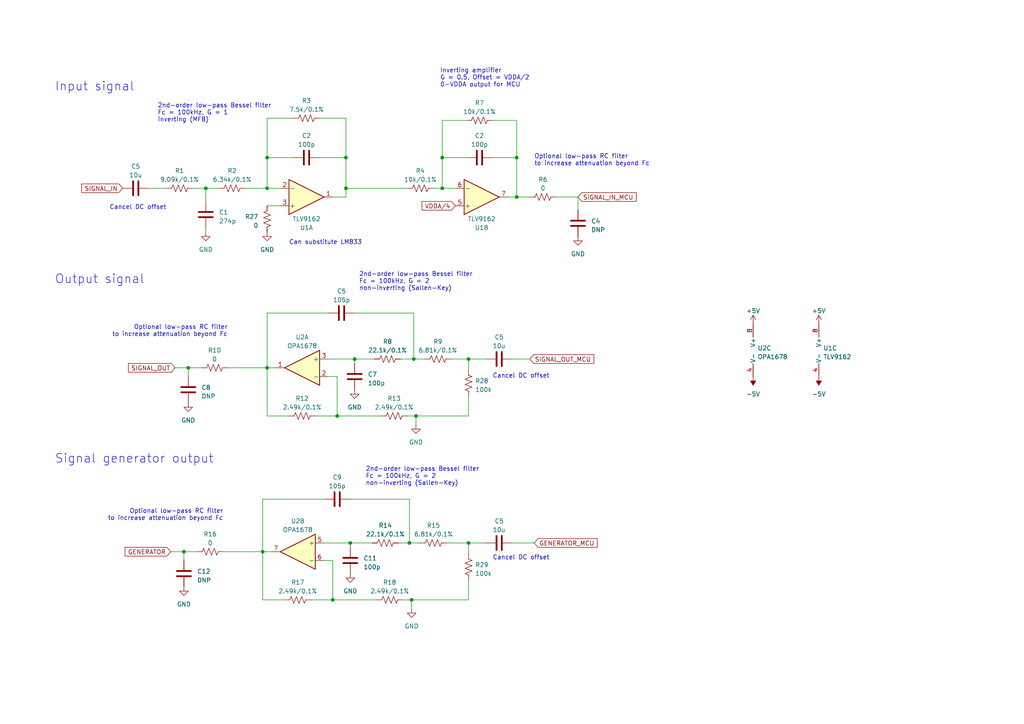
<source format=kicad_sch>
(kicad_sch (version 20230121) (generator eeschema)
  (paper "A4")
  (title_block (title "DSP PAW add-on board") (date "2023-09-04") (rev "2") (company "bitgloo") (comment 1 "Released under the CERN Open Hardware Licence Version 2 - Strongly Reciprocal"))
  (lib_symbols
    (symbol "Amplifier_Operational:TLV9062xD" (pin_names (offset 0.127))
      (property "Reference" "U" (at 2.54 6.35 0))
      (property "Value" "TLV9062xD" (at 2.54 3.81 0))
      (symbol "TLV9062xD_1_1"
        (polyline (pts (xy 5.08 0) (xy -5.08 5.08) (xy -5.08 -5.08) (xy 5.08 0)) (stroke (width 0.254)) (fill (type background)))
        (pin output line (at 7.62 0 180) (length 2.54) (name "~") (number "1"))
        (pin input line (at -7.62 -2.54 0) (length 2.54) (name "-") (number "2"))
        (pin input line (at -7.62 2.54 0) (length 2.54) (name "+") (number "3"))
      )
      (symbol "TLV9062xD_2_1"
        (polyline (pts (xy 5.08 0) (xy -5.08 5.08) (xy -5.08 -5.08) (xy 5.08 0)) (stroke (width 0.254)) (fill (type background)))
        (pin input line (at -7.62 2.54 0) (length 2.54) (name "+") (number "5"))
        (pin input line (at -7.62 -2.54 0) (length 2.54) (name "-") (number "6"))
        (pin output line (at 7.62 0 180) (length 2.54) (name "~") (number "7"))
      )
      (symbol "TLV9062xD_3_1"
        (pin power_in line (at 0 -7.62 90) (length 3.81) (name "V-") (number "4"))
        (pin power_in line (at 0 7.62 270) (length 3.81) (name "V+") (number "8"))
      )
    )
    (symbol "Device:C" (pin_numbers hide) (pin_names (offset 0.254))
      (property "Reference" "C" (at 0.635 2.54 0))
      (property "Value" "C" (at 0.635 -2.54 0))
      (symbol "C_0_1"
        (polyline (pts (xy -2.032 -0.762) (xy 2.032 -0.762)) (stroke (width 0.508)))
        (polyline (pts (xy -2.032 0.762) (xy 2.032 0.762)) (stroke (width 0.508)))
      )
      (symbol "C_1_1"
        (pin passive line (at 0 3.81 270) (length 2.794) (name "~") (number "1"))
        (pin passive line (at 0 -3.81 90) (length 2.794) (name "~") (number "2"))
      )
    )
    (symbol "Device:R_US" (pin_numbers hide) (pin_names (offset 0))
      (property "Reference" "R" (at 2.54 0 90))
      (property "Value" "R_US" (at -2.54 0 90))
      (symbol "R_US_0_1"
        (polyline (pts (xy 0 -2.286) (xy 0 -2.54)))
        (polyline (pts (xy 0 2.286) (xy 0 2.54)))
        (polyline (pts (xy 0 -0.762) (xy 1.016 -1.143) (xy 0 -1.524) (xy -1.016 -1.905) (xy 0 -2.286)))
        (polyline (pts (xy 0 0.762) (xy 1.016 0.381) (xy 0 0) (xy -1.016 -0.381) (xy 0 -0.762)))
        (polyline (pts (xy 0 2.286) (xy 1.016 1.905) (xy 0 1.524) (xy -1.016 1.143) (xy 0 0.762)))
      )
      (symbol "R_US_1_1"
        (pin passive line (at 0 3.81 270) (length 1.27) (name "~") (number "1"))
        (pin passive line (at 0 -3.81 90) (length 1.27) (name "~") (number "2"))
      )
    )
    (symbol "power:+5V" (power) (pin_names (offset 0))
      (property "Value" "+5V" (at 0 3.556 0))
      (symbol "+5V_0_1"
        (polyline (pts (xy -0.762 1.27) (xy 0 2.54)))
        (polyline (pts (xy 0 0) (xy 0 2.54)))
        (polyline (pts (xy 0 2.54) (xy 0.762 1.27)))
      )
      (symbol "+5V_1_1"
        (pin power_in line (at 0 0 90) (length 0) hide (name "+5V") (number "1"))
      )
    )
    (symbol "power:-5V" (power) (pin_names (offset 0))
      (property "Value" "-5V" (at 0 3.81 0))
      (symbol "-5V_0_0"
        (pin power_in line (at 0 0 90) (length 0) hide (name "-5V") (number "1"))
      )
      (symbol "-5V_0_1"
        (polyline (pts (xy 0 0) (xy 0 1.27) (xy 0.762 1.27) (xy 0 2.54) (xy -0.762 1.27) (xy 0 1.27)) (fill (type outline)))
      )
    )
    (symbol "power:GND" (power) (pin_names (offset 0))
      (property "Value" "GND" (at 0 -3.81 0))
      (symbol "GND_0_1"
        (polyline (pts (xy 0 0) (xy 0 -1.27) (xy 1.27 -1.27) (xy 0 -2.54) (xy -1.27 -1.27) (xy 0 -1.27)))
      )
      (symbol "GND_1_1"
        (pin power_in line (at 0 0 270) (length 0) hide (name "GND") (number "1"))
      )
    )
  )
  (junction (at 120.015 104.14))
  (junction (at 76.2 160.02))
  (junction (at 96.52 173.99))
  (junction (at 77.47 45.72))
  (junction (at 120.65 120.65))
  (junction (at 119.38 173.99))
  (junction (at 102.87 104.14))
  (junction (at 77.47 106.68))
  (junction (at 100.33 45.72))
  (junction (at 149.86 57.15))
  (junction (at 54.61 106.68))
  (junction (at 97.79 120.65))
  (junction (at 101.6 157.48))
  (junction (at 128.27 45.72))
  (junction (at 135.89 157.48))
  (junction (at 128.27 54.61))
  (junction (at 77.47 54.61))
  (junction (at 149.86 45.72))
  (junction (at 135.89 104.14))
  (junction (at 53.34 160.02))
  (junction (at 118.745 157.48))
  (junction (at 100.33 54.61))
  (junction (at 59.69 54.61))
  (wire (pts (xy 57.15 160.02) (xy 53.34 160.02)))
  (wire (pts (xy 161.29 57.15) (xy 167.64 57.15)))
  (wire (pts (xy 148.59 157.48) (xy 154.94 157.48)))
  (wire (pts (xy 55.88 54.61) (xy 59.69 54.61)))
  (wire (pts (xy 147.32 57.15) (xy 149.86 57.15)))
  (wire (pts (xy 77.47 106.68) (xy 77.47 120.65)))
  (wire (pts (xy 119.38 173.99) (xy 119.38 176.53)))
  (wire (pts (xy 100.33 34.29) (xy 100.33 45.72)))
  (wire (pts (xy 43.18 54.61) (xy 48.26 54.61)))
  (wire (pts (xy 148.59 104.14) (xy 153.67 104.14)))
  (wire (pts (xy 77.47 106.68) (xy 77.47 90.805)))
  (wire (pts (xy 81.28 59.69) (xy 77.47 59.69)))
  (wire (pts (xy 135.89 104.14) (xy 135.89 107.315)))
  (wire (pts (xy 85.09 45.72) (xy 77.47 45.72)))
  (wire (pts (xy 102.87 104.14) (xy 102.87 105.41)))
  (wire (pts (xy 58.42 106.68) (xy 54.61 106.68)))
  (wire (pts (xy 118.745 144.78) (xy 118.745 157.48)))
  (wire (pts (xy 53.34 160.02) (xy 53.34 162.56)))
  (wire (pts (xy 50.8 106.68) (xy 54.61 106.68)))
  (wire (pts (xy 118.745 157.48) (xy 121.92 157.48)))
  (wire (pts (xy 59.69 66.04) (xy 59.69 67.31)))
  (wire (pts (xy 142.875 45.72) (xy 149.86 45.72)))
  (wire (pts (xy 135.89 168.275) (xy 135.89 173.99)))
  (wire (pts (xy 101.6 157.48) (xy 107.95 157.48)))
  (wire (pts (xy 54.61 106.68) (xy 54.61 109.22)))
  (wire (pts (xy 135.89 104.14) (xy 140.97 104.14)))
  (wire (pts (xy 97.79 120.65) (xy 110.49 120.65)))
  (wire (pts (xy 64.77 160.02) (xy 76.2 160.02)))
  (wire (pts (xy 77.47 120.65) (xy 83.82 120.65)))
  (wire (pts (xy 76.2 173.99) (xy 82.55 173.99)))
  (wire (pts (xy 76.2 160.02) (xy 76.2 144.78)))
  (wire (pts (xy 101.6 157.48) (xy 101.6 158.75)))
  (wire (pts (xy 149.86 45.72) (xy 149.86 57.15)))
  (wire (pts (xy 130.81 104.14) (xy 135.89 104.14)))
  (wire (pts (xy 66.04 106.68) (xy 77.47 106.68)))
  (wire (pts (xy 120.65 123.19) (xy 120.65 120.65)))
  (wire (pts (xy 76.2 144.78) (xy 93.98 144.78)))
  (wire (pts (xy 77.47 34.29) (xy 77.47 45.72)))
  (wire (pts (xy 135.89 157.48) (xy 140.97 157.48)))
  (wire (pts (xy 129.54 157.48) (xy 135.89 157.48)))
  (wire (pts (xy 96.52 173.99) (xy 109.22 173.99)))
  (wire (pts (xy 167.64 60.96) (xy 167.64 57.15)))
  (wire (pts (xy 128.27 45.72) (xy 135.255 45.72)))
  (wire (pts (xy 128.27 54.61) (xy 132.08 54.61)))
  (wire (pts (xy 49.53 160.02) (xy 53.34 160.02)))
  (wire (pts (xy 120.015 104.14) (xy 123.19 104.14)))
  (wire (pts (xy 96.52 162.56) (xy 96.52 173.99)))
  (wire (pts (xy 119.38 173.99) (xy 116.84 173.99)))
  (wire (pts (xy 149.86 57.15) (xy 153.67 57.15)))
  (wire (pts (xy 100.33 45.72) (xy 100.33 54.61)))
  (wire (pts (xy 149.86 34.925) (xy 149.86 45.72)))
  (wire (pts (xy 95.25 104.14) (xy 102.87 104.14)))
  (wire (pts (xy 96.52 57.15) (xy 100.33 57.15)))
  (wire (pts (xy 59.69 54.61) (xy 59.69 58.42)))
  (wire (pts (xy 93.98 157.48) (xy 101.6 157.48)))
  (wire (pts (xy 120.65 120.65) (xy 118.11 120.65)))
  (wire (pts (xy 76.2 160.02) (xy 78.74 160.02)))
  (wire (pts (xy 101.6 144.78) (xy 118.745 144.78)))
  (wire (pts (xy 77.47 54.61) (xy 81.28 54.61)))
  (wire (pts (xy 125.73 54.61) (xy 128.27 54.61)))
  (wire (pts (xy 100.33 54.61) (xy 100.33 57.15)))
  (wire (pts (xy 77.47 106.68) (xy 80.01 106.68)))
  (wire (pts (xy 116.205 104.14) (xy 120.015 104.14)))
  (wire (pts (xy 95.25 109.22) (xy 97.79 109.22)))
  (wire (pts (xy 85.09 34.29) (xy 77.47 34.29)))
  (wire (pts (xy 128.27 34.925) (xy 128.27 45.72)))
  (wire (pts (xy 77.47 90.805) (xy 95.25 90.805)))
  (wire (pts (xy 115.57 157.48) (xy 118.745 157.48)))
  (wire (pts (xy 135.89 114.935) (xy 135.89 120.65)))
  (wire (pts (xy 93.98 162.56) (xy 96.52 162.56)))
  (wire (pts (xy 135.89 157.48) (xy 135.89 160.655)))
  (wire (pts (xy 71.12 54.61) (xy 77.47 54.61)))
  (wire (pts (xy 100.33 54.61) (xy 118.11 54.61)))
  (wire (pts (xy 135.89 173.99) (xy 119.38 173.99)))
  (wire (pts (xy 135.89 120.65) (xy 120.65 120.65)))
  (wire (pts (xy 102.87 104.14) (xy 108.585 104.14)))
  (wire (pts (xy 77.47 45.72) (xy 77.47 54.61)))
  (wire (pts (xy 92.71 34.29) (xy 100.33 34.29)))
  (wire (pts (xy 91.44 120.65) (xy 97.79 120.65)))
  (wire (pts (xy 128.27 45.72) (xy 128.27 54.61)))
  (wire (pts (xy 97.79 109.22) (xy 97.79 120.65)))
  (wire (pts (xy 90.17 173.99) (xy 96.52 173.99)))
  (wire (pts (xy 135.255 34.925) (xy 128.27 34.925)))
  (wire (pts (xy 59.69 54.61) (xy 63.5 54.61)))
  (wire (pts (xy 142.875 34.925) (xy 149.86 34.925)))
  (wire (pts (xy 120.015 90.805) (xy 120.015 104.14)))
  (wire (pts (xy 102.87 90.805) (xy 120.015 90.805)))
  (wire (pts (xy 76.2 160.02) (xy 76.2 173.99)))
  (wire (pts (xy 92.71 45.72) (xy 100.33 45.72)))
  (text "Cancel DC offset" (at 31.75 60.96 0) (effects (font (size 1.27 1.27)) (justify left bottom)))
  (text "2nd-order low-pass Bessel filter\nFc = 100kHz, G = 2\nnon-inverting (Sallen-Key)" (at 104.14 84.455 0) (effects (font (size 1.27 1.27)) (justify left bottom)))
  (text "Optional low-pass RC filter\nto increase attenuation beyond Fc" (at 154.94 48.26 0) (effects (font (size 1.27 1.27)) (justify left bottom)))
  (text "2nd-order low-pass Bessel filter\nFc = 100kHz, G = 1\ninverting (MFB)" (at 45.72 35.56 0) (effects (font (size 1.27 1.27)) (justify left bottom)))
  (text "Cancel DC offset" (at 142.875 162.56 0) (effects (font (size 1.27 1.27)) (justify left bottom)))
  (text "Cancel DC offset" (at 142.875 109.855 0) (effects (font (size 1.27 1.27)) (justify left bottom)))
  (text "Inverting amplifier\nG = 0.5, Offset = VDDA/2\n0-VDDA output for MCU" (at 127.635 25.4 0) (effects (font (size 1.27 1.27)) (justify left bottom)))
  (text "Can substitute LM833" (at 83.82 71.12 0) (effects (font (size 1.27 1.27)) (justify left bottom)))
  (text "Signal generator output" (at 15.875 134.62 0) (effects (font (size 2.54 2.54)) (justify left bottom)))
  (text "2nd-order low-pass Bessel filter\nFc = 100kHz, G = 2\nnon-inverting (Sallen-Key)" (at 106.045 140.97 0) (effects (font (size 1.27 1.27)) (justify left bottom)))
  (text "Optional low-pass RC filter\nto increase attenuation beyond Fc" (at 66.04 97.79 0) (effects (font (size 1.27 1.27)) (justify right bottom)))
  (text "Input signal" (at 15.875 26.67 0) (effects (font (size 2.54 2.54)) (justify left bottom)))
  (text "Optional low-pass RC filter\nto increase attenuation beyond Fc" (at 64.77 151.13 0) (effects (font (size 1.27 1.27)) (justify right bottom)))
  (text "Output signal" (at 15.875 82.55 0) (effects (font (size 2.54 2.54)) (justify left bottom)))
  (global_label "GENERATOR" (shape input) (at 49.53 160.02 180) (property "Intersheetrefs" "${INTERSHEET_REFS}" (effects hide)))
  (global_label "SIGNAL_IN_MCU" (shape input) (at 167.64 57.15 0) (property "Intersheetrefs" "${INTERSHEET_REFS}" (effects hide)))
  (global_label "GENERATOR_MCU" (shape input) (at 154.94 157.48 0) (property "Intersheetrefs" "${INTERSHEET_REFS}" (effects hide)))
  (global_label "SIGNAL_OUT_MCU" (shape input) (at 153.67 104.14 0) (property "Intersheetrefs" "${INTERSHEET_REFS}" (effects hide)))
  (global_label "VDDA{slash}4" (shape input) (at 132.08 59.69 180) (property "Intersheetrefs" "${INTERSHEET_REFS}" (effects hide)))
  (global_label "SIGNAL_IN" (shape input) (at 35.56 54.61 180) (property "Intersheetrefs" "${INTERSHEET_REFS}" (effects hide)))
  (global_label "SIGNAL_OUT" (shape input) (at 50.8 106.68 180) (property "Intersheetrefs" "${INTERSHEET_REFS}" (effects hide)))
  (symbol (lib_id "power:GND") (at 102.87 113.03 0) (unit 1)
    (property "Reference" "#PWR02" (effects hide))
    (property "Value" "GND" (at 102.87 118.11 0))
    (instances (project "DSP PAW add-on board" (path "" (reference "#PWR02") (unit 1)) (path "" (reference "#PWR09") (unit 1))))
  )
  (symbol (lib_id "Device:R_US") (at 121.92 54.61 90) (unit 1)
    (property "Reference" "R4" (at 121.92 49.53 90))
    (property "Value" "10k/0.1%" (at 121.92 52.07 90))
    (property "Footprint" "Resistor_SMD:R_0603_1608Metric" (effects hide))
    (instances (project "DSP PAW add-on board" (path "" (reference "R4") (unit 1)) (path "" (reference "R5") (unit 1))))
  )
  (symbol (lib_id "Device:R_US") (at 86.36 173.99 90) (unit 1)
    (property "Reference" "R17" (at 86.36 168.91 90))
    (property "Value" "2.49k/0.1%" (at 86.36 171.45 90))
    (property "Footprint" "Resistor_SMD:R_0603_1608Metric" (effects hide))
    (property "Part Number" "RT0603DRE072K49L" (effects hide))
  )
  (symbol (lib_id "Amplifier_Operational:TLV9062xD") (at 86.36 160.02 0) (mirror y) (unit 2)
    (property "Reference" "U2" (at 86.36 151.13 0))
    (property "Value" "OPA1678" (at 86.36 153.67 0))
    (property "Footprint" "Package_SO:SOIC-8_3.9x4.9mm_P1.27mm" (effects hide))
    (property "Part Number" "OPA1652AID" (effects hide))
  )
  (symbol (lib_id "Amplifier_Operational:TLV9062xD") (at 218.44 101.6 0) (unit 3)
    (property "Reference" "U2" (at 219.71 100.965 0) (effects (justify left)))
    (property "Value" "OPA1678" (at 219.71 103.505 0) (effects (justify left)))
    (property "Footprint" "Package_SO:SOIC-8_3.9x4.9mm_P1.27mm" (effects hide))
    (property "Part Number" "OPA1652AID" (effects hide))
  )
  (symbol (lib_id "power:GND") (at 59.69 67.31 0) (unit 1)
    (property "Reference" "#PWR01" (effects hide))
    (property "Value" "GND" (at 59.69 72.39 0))
  )
  (symbol (lib_id "Device:C") (at 59.69 62.23 0) (unit 1)
    (property "Reference" "C1" (at 63.5 61.595 0) (effects (justify left)))
    (property "Value" "274p" (at 63.5 64.135 0) (effects (justify left)))
    (property "Footprint" "Capacitor_SMD:C_0603_1608Metric" (effects hide))
    (property "Part Number" "CC0603KRX7R9BB271" (effects hide))
    (instances (project "DSP PAW add-on board" (path "" (reference "C1") (unit 1)) (path "" (reference "C3") (unit 1))))
  )
  (symbol (lib_id "power:GND") (at 167.64 68.58 0) (unit 1)
    (property "Reference" "#PWR02" (effects hide))
    (property "Value" "GND" (at 167.64 73.66 0))
    (instances (project "DSP PAW add-on board" (path "" (reference "#PWR02") (unit 1)) (path "" (reference "#PWR03") (unit 1))))
  )
  (symbol (lib_id "power:-5V") (at 237.49 109.22 180) (unit 1)
    (property "Reference" "#PWR08" (effects hide))
    (property "Value" "-5V" (at 237.49 114.3 0))
  )
  (symbol (lib_id "power:GND") (at 101.6 166.37 0) (unit 1)
    (property "Reference" "#PWR02" (effects hide))
    (property "Value" "GND" (at 101.6 171.45 0))
    (instances (project "DSP PAW add-on board" (path "" (reference "#PWR02") (unit 1)) (path "" (reference "#PWR013") (unit 1))))
  )
  (symbol (lib_id "Device:R_US") (at 52.07 54.61 90) (unit 1)
    (property "Reference" "R1" (at 52.07 49.53 90))
    (property "Value" "9.09k/0.1%" (at 52.07 52.07 90))
    (property "Footprint" "Resistor_SMD:R_0603_1608Metric" (effects hide))
    (property "Part Number" "RT0603DRE079K09L" (effects hide))
    (instances (project "DSP PAW add-on board" (path "" (reference "R1") (unit 1)) (path "" (reference "R3") (unit 1))))
  )
  (symbol (lib_id "Device:R_US") (at 127 104.14 90) (unit 1)
    (property "Reference" "R9" (at 127 99.06 90))
    (property "Value" "6.81k/0.1%" (at 127 101.6 90))
    (property "Footprint" "Resistor_SMD:R_0603_1608Metric" (effects hide))
    (property "Part Number" "RT0603DRE076K81L" (effects hide))
  )
  (symbol (lib_id "Device:C") (at 139.065 45.72 90) (unit 1)
    (property "Reference" "C2" (at 139.065 39.37 90))
    (property "Value" "100p" (at 139.065 41.91 90))
    (property "Footprint" "Capacitor_SMD:C_0603_1608Metric" (effects hide))
    (property "Part Number" "CC0603KPX7R9BB101" (effects hide))
    (instances (project "DSP PAW add-on board" (path "" (reference "C2") (unit 1)) (path "" (reference "C22") (unit 1))))
  )
  (symbol (lib_id "Device:R_US") (at 87.63 120.65 90) (unit 1)
    (property "Reference" "R12" (at 87.63 115.57 90))
    (property "Value" "2.49k/0.1%" (at 87.63 118.11 90))
    (property "Footprint" "Resistor_SMD:R_0603_1608Metric" (effects hide))
    (property "Part Number" "RT0603DRE072K49L" (effects hide))
  )
  (symbol (lib_id "Device:R_US") (at 77.47 63.5 0) (mirror x) (unit 1)
    (property "Reference" "R27" (at 74.93 62.865 0) (effects (justify right)))
    (property "Value" "0" (at 74.93 65.405 0) (effects (justify right)))
    (property "Footprint" "Resistor_SMD:R_0603_1608Metric" (effects hide))
    (property "Part Number" "RMCF0603ZT0R00" (effects hide))
  )
  (symbol (lib_id "Device:C") (at 53.34 166.37 180) (unit 1)
    (property "Reference" "C12" (at 57.15 165.735 0) (effects (justify right)))
    (property "Value" "DNP" (at 57.15 168.275 0) (effects (justify right)))
    (property "Footprint" "Capacitor_SMD:C_0603_1608Metric" (effects hide))
    (property "DNP" "T" (effects hide))
  )
  (symbol (lib_id "Amplifier_Operational:TLV9062xD") (at 87.63 106.68 0) (mirror y) (unit 1)
    (property "Reference" "U2" (at 87.63 97.79 0))
    (property "Value" "OPA1678" (at 87.63 100.33 0))
    (property "Footprint" "Package_SO:SOIC-8_3.9x4.9mm_P1.27mm" (effects hide))
    (property "Part Number" "OPA1652AID" (effects hide))
  )
  (symbol (lib_id "Device:C") (at 54.61 113.03 180) (unit 1)
    (property "Reference" "C8" (at 58.42 112.395 0) (effects (justify right)))
    (property "Value" "DNP" (at 58.42 114.935 0) (effects (justify right)))
    (property "Footprint" "Capacitor_SMD:C_0603_1608Metric" (effects hide))
    (property "DNP" "T" (effects hide))
  )
  (symbol (lib_id "Device:C") (at 88.9 45.72 90) (unit 1)
    (property "Reference" "C2" (at 88.9 39.37 90))
    (property "Value" "100p" (at 88.9 41.91 90))
    (property "Footprint" "Capacitor_SMD:C_0603_1608Metric" (effects hide))
    (property "Part Number" "CC0603KPX7R9BB101" (effects hide))
    (instances (project "DSP PAW add-on board" (path "" (reference "C2") (unit 1)) (path "" (reference "C1") (unit 1))))
  )
  (symbol (lib_id "Device:C") (at 102.87 109.22 0) (unit 1)
    (property "Reference" "C7" (at 106.68 108.585 0) (effects (justify left)))
    (property "Value" "100p" (at 106.68 111.125 0) (effects (justify left)))
    (property "Footprint" "Capacitor_SMD:C_0603_1608Metric" (effects hide))
    (property "Part Number" "CC0603KPX7R9BB101" (effects hide))
  )
  (symbol (lib_id "power:GND") (at 77.47 67.31 0) (unit 1)
    (property "Reference" "#PWR02" (effects hide))
    (property "Value" "GND" (at 77.47 72.39 0))
  )
  (symbol (lib_id "Device:C") (at 99.06 90.805 90) (unit 1)
    (property "Reference" "C5" (at 99.06 84.455 90))
    (property "Value" "105p" (at 99.06 86.995 90))
    (property "Footprint" "Capacitor_SMD:C_0603_1608Metric" (effects hide))
    (property "Part Number" "CC0603KPX7R9BB101" (effects hide))
  )
  (symbol (lib_id "Device:R_US") (at 135.89 164.465 180) (unit 1)
    (property "Reference" "R29" (at 137.795 163.83 0) (effects (justify right)))
    (property "Value" "100k" (at 137.795 166.37 0) (effects (justify right)))
    (property "Footprint" "Resistor_SMD:R_0603_1608Metric" (effects hide))
  )
  (symbol (lib_id "Device:R_US") (at 67.31 54.61 90) (unit 1)
    (property "Reference" "R2" (at 67.31 49.53 90))
    (property "Value" "6.34k/0.1%" (at 67.31 52.07 90))
    (property "Footprint" "Resistor_SMD:R_0603_1608Metric" (effects hide))
    (property "Part Number" "RT0603DRE076K34L" (effects hide))
    (instances (project "DSP PAW add-on board" (path "" (reference "R2") (unit 1)) (path "" (reference "R4") (unit 1))))
  )
  (symbol (lib_id "Device:R_US") (at 62.23 106.68 90) (unit 1)
    (property "Reference" "R10" (at 62.23 101.6 90))
    (property "Value" "0" (at 62.23 104.14 90))
    (property "Footprint" "Resistor_SMD:R_0603_1608Metric" (effects hide))
    (property "Part Number" "RMCF0603ZT0R00" (effects hide))
  )
  (symbol (lib_id "Device:R_US") (at 125.73 157.48 90) (unit 1)
    (property "Reference" "R15" (at 125.73 152.4 90))
    (property "Value" "6.81k/0.1%" (at 125.73 154.94 90))
    (property "Footprint" "Resistor_SMD:R_0603_1608Metric" (effects hide))
    (property "Part Number" "RT0603DRE076K81L" (effects hide))
  )
  (symbol (lib_id "power:+5V") (at 218.44 93.98 0) (unit 1)
    (property "Reference" "#PWR07" (effects hide))
    (property "Value" "+5V" (at 218.44 90.17 0))
    (instances (project "DSP PAW add-on board" (path "" (reference "#PWR07") (unit 1)) (path "" (reference "#PWR05") (unit 1))))
  )
  (symbol (lib_id "Device:C") (at 101.6 162.56 0) (unit 1)
    (property "Reference" "C11" (at 105.41 161.925 0) (effects (justify left)))
    (property "Value" "100p" (at 105.41 164.465 0) (effects (justify left)))
    (property "Footprint" "Capacitor_SMD:C_0603_1608Metric" (effects hide))
    (property "Part Number" "CC0603KPX7R9BB101" (effects hide))
  )
  (symbol (lib_id "Device:R_US") (at 139.065 34.925 90) (unit 1)
    (property "Reference" "R7" (at 139.065 29.845 90))
    (property "Value" "10k/0.1%" (at 139.065 32.385 90))
    (property "Footprint" "Resistor_SMD:R_0603_1608Metric" (effects hide))
    (property "Part Number" "RN73R1JTTD1002B25" (effects hide))
    (instances (project "DSP PAW add-on board" (path "" (reference "R7") (unit 1)) (path "" (reference "R2") (unit 1))))
  )
  (symbol (lib_id "power:+5V") (at 237.49 93.98 0) (unit 1)
    (property "Reference" "#PWR07" (effects hide))
    (property "Value" "+5V" (at 237.49 90.17 0))
    (instances (project "DSP PAW add-on board" (path "" (reference "#PWR07") (unit 1)) (path "" (reference "#PWR06") (unit 1))))
  )
  (symbol (lib_id "Device:C") (at 167.64 64.77 0) (unit 1)
    (property "Reference" "C4" (at 171.45 64.135 0) (effects (justify left)))
    (property "Value" "DNP" (at 171.45 66.675 0) (effects (justify left)))
    (property "Footprint" "Capacitor_SMD:C_0603_1608Metric" (effects hide))
    (property "DNP" "T" (effects hide))
  )
  (symbol (lib_id "Amplifier_Operational:TLV9062xD") (at 237.49 101.6 0) (unit 3)
    (property "Reference" "U1" (at 238.76 100.965 0) (effects (justify left)))
    (property "Value" "TLV9162" (at 238.76 103.505 0) (effects (justify left)))
    (property "Footprint" "Package_SO:SOIC-8_3.9x4.9mm_P1.27mm" (effects hide))
    (property "Datasheet" "https://www.ti.com/lit/ds/symlink/tlv9162.pdf" (effects hide))
    (property "Part Number" "TLV9162IDR" (effects hide))
  )
  (symbol (lib_id "power:GND") (at 53.34 170.18 0) (unit 1)
    (property "Reference" "#PWR01" (effects hide))
    (property "Value" "GND" (at 53.34 175.26 0))
    (instances (project "DSP PAW add-on board" (path "" (reference "#PWR01") (unit 1)) (path "" (reference "#PWR014") (unit 1))))
  )
  (symbol (lib_id "power:-5V") (at 218.44 109.22 180) (unit 1)
    (property "Reference" "#PWR08" (effects hide))
    (property "Value" "-5V" (at 218.44 114.3 0))
    (instances (project "DSP PAW add-on board" (path "" (reference "#PWR08") (unit 1)) (path "" (reference "#PWR07") (unit 1))))
  )
  (symbol (lib_id "Device:R_US") (at 60.96 160.02 90) (unit 1)
    (property "Reference" "R16" (at 60.96 154.94 90))
    (property "Value" "0" (at 60.96 157.48 90))
    (property "Footprint" "Resistor_SMD:R_0603_1608Metric" (effects hide))
    (property "Part Number" "RMCF0603ZT0R00" (effects hide))
  )
  (symbol (lib_id "Device:R_US") (at 112.395 104.14 90) (unit 1)
    (property "Reference" "R8" (at 112.395 99.06 90))
    (property "Value" "22.1k/0.1%" (at 112.395 101.6 90))
    (property "Footprint" "Resistor_SMD:R_0603_1608Metric" (effects hide))
    (property "Part Number" "RT0603DRE0722K1L" (effects hide))
  )
  (symbol (lib_id "Device:C") (at 144.78 157.48 90) (unit 1)
    (property "Reference" "C5" (at 144.78 151.13 90))
    (property "Value" "10u" (at 144.78 153.67 90))
    (property "Footprint" "Capacitor_SMD:C_0805_2012Metric" (effects hide))
    (property "Part Number" "CL21A106KOQNNNE" (effects hide))
    (instances (project "DSP PAW add-on board" (path "" (reference "C5") (unit 1)) (path "" (reference "C10") (unit 1))))
  )
  (symbol (lib_id "power:GND") (at 120.65 123.19 0) (unit 1)
    (property "Reference" "#PWR02" (effects hide))
    (property "Value" "GND" (at 120.65 128.27 0))
    (instances (project "DSP PAW add-on board" (path "" (reference "#PWR02") (unit 1)) (path "" (reference "#PWR012") (unit 1))))
  )
  (symbol (lib_id "power:GND") (at 119.38 176.53 0) (unit 1)
    (property "Reference" "#PWR02" (effects hide))
    (property "Value" "GND" (at 119.38 181.61 0))
    (instances (project "DSP PAW add-on board" (path "" (reference "#PWR02") (unit 1)) (path "" (reference "#PWR015") (unit 1))))
  )
  (symbol (lib_id "Amplifier_Operational:TLV9062xD") (at 139.7 57.15 0) (mirror x) (unit 2)
    (property "Reference" "U1" (at 139.7 66.04 0))
    (property "Value" "TLV9162" (at 139.7 63.5 0))
    (property "Footprint" "Package_SO:SOIC-8_3.9x4.9mm_P1.27mm" (effects hide))
    (property "Datasheet" "https://www.ti.com/lit/ds/symlink/tlv9162.pdf" (effects hide))
    (property "Part Number" "TLV9162IDR" (effects hide))
  )
  (symbol (lib_id "Device:R_US") (at 111.76 157.48 90) (unit 1)
    (property "Reference" "R14" (at 111.76 152.4 90))
    (property "Value" "22.1k/0.1%" (at 111.76 154.94 90))
    (property "Footprint" "Resistor_SMD:R_0603_1608Metric" (effects hide))
    (property "Part Number" "RT0603DRE0722K1L" (effects hide))
  )
  (symbol (lib_id "Device:C") (at 144.78 104.14 90) (unit 1)
    (property "Reference" "C5" (at 144.78 97.79 90))
    (property "Value" "10u" (at 144.78 100.33 90))
    (property "Footprint" "Capacitor_SMD:C_0805_2012Metric" (effects hide))
    (property "Part Number" "CL21A106KOQNNNE" (effects hide))
    (instances (project "DSP PAW add-on board" (path "" (reference "C5") (unit 1)) (path "" (reference "C6") (unit 1))))
  )
  (symbol (lib_id "Device:R_US") (at 157.48 57.15 90) (unit 1)
    (property "Reference" "R6" (at 157.48 52.07 90))
    (property "Value" "0" (at 157.48 54.61 90))
    (property "Footprint" "Resistor_SMD:R_0603_1608Metric" (effects hide))
    (property "Part Number" "RMCF0603ZT0R00" (effects hide))
  )
  (symbol (lib_id "power:GND") (at 54.61 116.84 0) (unit 1)
    (property "Reference" "#PWR01" (effects hide))
    (property "Value" "GND" (at 54.61 121.92 0))
    (instances (project "DSP PAW add-on board" (path "" (reference "#PWR01") (unit 1)) (path "" (reference "#PWR011") (unit 1))))
  )
  (symbol (lib_id "Device:R_US") (at 135.89 111.125 180) (unit 1)
    (property "Reference" "R28" (at 137.795 110.49 0) (effects (justify right)))
    (property "Value" "100k" (at 137.795 113.03 0) (effects (justify right)))
    (property "Footprint" "Resistor_SMD:R_0603_1608Metric" (effects hide))
  )
  (symbol (lib_id "Device:C") (at 39.37 54.61 90) (unit 1)
    (property "Reference" "C5" (at 39.37 48.26 90))
    (property "Value" "10u" (at 39.37 50.8 90))
    (property "Footprint" "Capacitor_SMD:C_0805_2012Metric" (effects hide))
    (property "Part Number" "CL21A106KOQNNNE" (effects hide))
    (instances (project "DSP PAW add-on board" (path "" (reference "C5") (unit 1)) (path "" (reference "C2") (unit 1))))
  )
  (symbol (lib_id "Device:R_US") (at 113.03 173.99 90) (unit 1)
    (property "Reference" "R18" (at 113.03 168.91 90))
    (property "Value" "2.49k/0.1%" (at 113.03 171.45 90))
    (property "Footprint" "Resistor_SMD:R_0603_1608Metric" (effects hide))
    (property "Part Number" "RT0603DRE072K49L" (effects hide))
  )
  (symbol (lib_id "Amplifier_Operational:TLV9062xD") (at 88.9 57.15 0) (mirror x) (unit 1)
    (property "Reference" "U1" (at 88.9 66.04 0))
    (property "Value" "TLV9162" (at 88.9 63.5 0))
    (property "Footprint" "Package_SO:SOIC-8_3.9x4.9mm_P1.27mm" (effects hide))
    (property "Datasheet" "https://www.ti.com/lit/ds/symlink/tlv9162.pdf" (effects hide))
    (property "Part Number" "TLV9162IDR" (effects hide))
  )
  (symbol (lib_id "Device:R_US") (at 114.3 120.65 90) (unit 1)
    (property "Reference" "R13" (at 114.3 115.57 90))
    (property "Value" "2.49k/0.1%" (at 114.3 118.11 90))
    (property "Footprint" "Resistor_SMD:R_0603_1608Metric" (effects hide))
    (property "Part Number" "RT0603DRE072K49L" (effects hide))
  )
  (symbol (lib_id "Device:C") (at 97.79 144.78 90) (unit 1)
    (property "Reference" "C9" (at 97.79 138.43 90))
    (property "Value" "105p" (at 97.79 140.97 90))
    (property "Footprint" "Capacitor_SMD:C_0603_1608Metric" (effects hide))
    (property "Part Number" "CC0603KPX7R9BB101" (effects hide))
  )
  (symbol (lib_id "Device:R_US") (at 88.9 34.29 90) (unit 1)
    (property "Reference" "R3" (at 88.9 29.21 90))
    (property "Value" "7.5k/0.1%" (at 88.9 31.75 90))
    (property "Footprint" "Resistor_SMD:R_0603_1608Metric" (effects hide))
    (instances (project "DSP PAW add-on board" (path "" (reference "R3") (unit 1)) (path "" (reference "R1") (unit 1))))
  )
)
</source>
